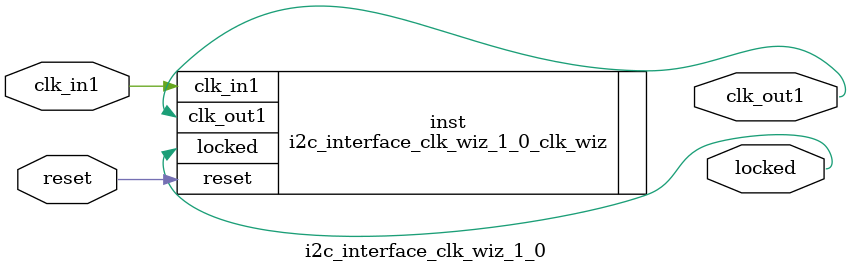
<source format=v>


`timescale 1ps/1ps

(* CORE_GENERATION_INFO = "i2c_interface_clk_wiz_1_0,clk_wiz_v6_0_11_0_0,{component_name=i2c_interface_clk_wiz_1_0,use_phase_alignment=true,use_min_o_jitter=false,use_max_i_jitter=false,use_dyn_phase_shift=false,use_inclk_switchover=false,use_dyn_reconfig=false,enable_axi=0,feedback_source=FDBK_AUTO,PRIMITIVE=MMCM,num_out_clk=1,clkin1_period=10.000,clkin2_period=10.000,use_power_down=false,use_reset=true,use_locked=true,use_inclk_stopped=false,feedback_type=SINGLE,CLOCK_MGR_TYPE=NA,manual_override=false}" *)

module i2c_interface_clk_wiz_1_0 
 (
  // Clock out ports
  output        clk_out1,
  // Status and control signals
  input         reset,
  output        locked,
 // Clock in ports
  input         clk_in1
 );

  i2c_interface_clk_wiz_1_0_clk_wiz inst
  (
  // Clock out ports  
  .clk_out1(clk_out1),
  // Status and control signals               
  .reset(reset), 
  .locked(locked),
 // Clock in ports
  .clk_in1(clk_in1)
  );

endmodule

</source>
